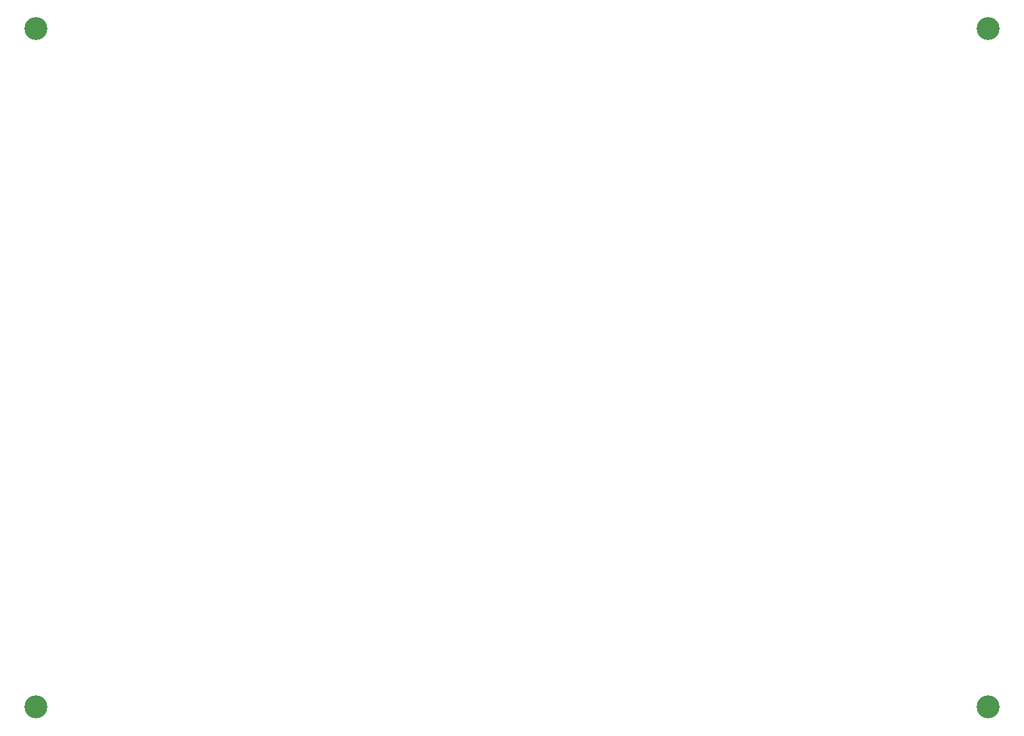
<source format=gbr>
%TF.GenerationSoftware,KiCad,Pcbnew,9.0.1*%
%TF.CreationDate,2025-09-08T03:32:08-04:00*%
%TF.ProjectId,SNAKE_GAME,534e414b-455f-4474-914d-452e6b696361,rev?*%
%TF.SameCoordinates,Original*%
%TF.FileFunction,NonPlated,1,2,NPTH,Drill*%
%TF.FilePolarity,Positive*%
%FSLAX46Y46*%
G04 Gerber Fmt 4.6, Leading zero omitted, Abs format (unit mm)*
G04 Created by KiCad (PCBNEW 9.0.1) date 2025-09-08 03:32:08*
%MOMM*%
%LPD*%
G01*
G04 APERTURE LIST*
%TA.AperFunction,ComponentDrill*%
%ADD10C,3.200000*%
%TD*%
G04 APERTURE END LIST*
D10*
%TO.C,H4*%
X13000000Y99250000D03*
%TO.C,H3*%
X13000000Y4750000D03*
%TO.C,H1*%
X145500000Y99250000D03*
%TO.C,H2*%
X145500000Y4750000D03*
M02*

</source>
